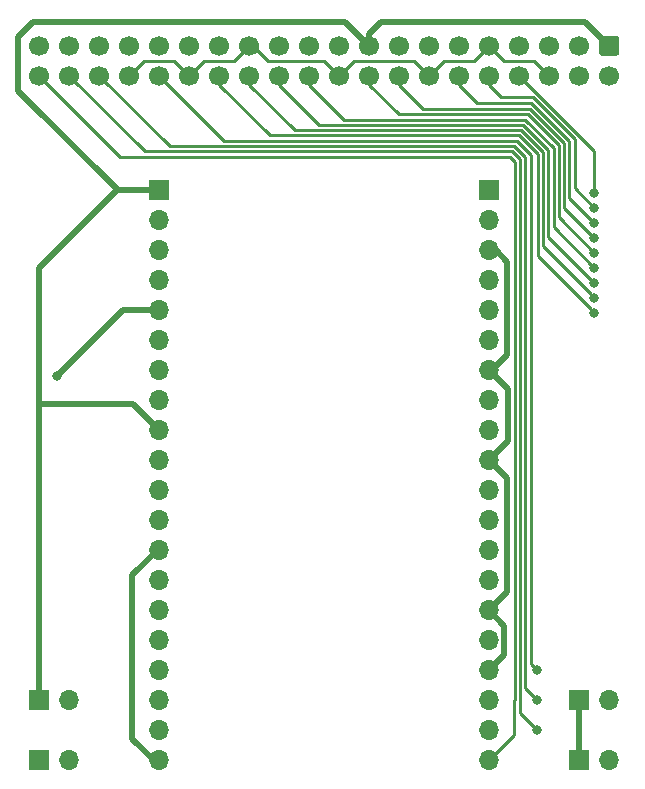
<source format=gbr>
%TF.GenerationSoftware,KiCad,Pcbnew,(5.1.9)-1*%
%TF.CreationDate,2022-02-08T17:05:31+09:00*%
%TF.ProjectId,odroid-extend,6f64726f-6964-42d6-9578-74656e642e6b,rev?*%
%TF.SameCoordinates,Original*%
%TF.FileFunction,Copper,L2,Bot*%
%TF.FilePolarity,Positive*%
%FSLAX46Y46*%
G04 Gerber Fmt 4.6, Leading zero omitted, Abs format (unit mm)*
G04 Created by KiCad (PCBNEW (5.1.9)-1) date 2022-02-08 17:05:31*
%MOMM*%
%LPD*%
G01*
G04 APERTURE LIST*
%TA.AperFunction,ComponentPad*%
%ADD10O,1.700000X1.700000*%
%TD*%
%TA.AperFunction,ComponentPad*%
%ADD11R,1.700000X1.700000*%
%TD*%
%TA.AperFunction,ComponentPad*%
%ADD12C,1.700000*%
%TD*%
%TA.AperFunction,ViaPad*%
%ADD13C,0.800000*%
%TD*%
%TA.AperFunction,Conductor*%
%ADD14C,0.250000*%
%TD*%
%TA.AperFunction,Conductor*%
%ADD15C,0.500000*%
%TD*%
G04 APERTURE END LIST*
D10*
%TO.P,J7,2*%
%TO.N,GND*%
X186944000Y-127000000D03*
D11*
%TO.P,J7,1*%
%TO.N,+5V*%
X184404000Y-127000000D03*
%TD*%
%TO.P,J6,1*%
%TO.N,+3V3*%
X138684000Y-127000000D03*
D10*
%TO.P,J6,2*%
%TO.N,GND*%
X141224000Y-127000000D03*
%TD*%
D12*
%TO.P,J1,40*%
%TO.N,Net-(J1-Pad40)*%
X138684000Y-69088000D03*
%TO.P,J1,38*%
%TO.N,Net-(J1-Pad38)*%
X141224000Y-69088000D03*
%TO.P,J1,36*%
%TO.N,Net-(J1-Pad36)*%
X143764000Y-69088000D03*
%TO.P,J1,34*%
%TO.N,GND*%
X146304000Y-69088000D03*
%TO.P,J1,32*%
%TO.N,Net-(J1-Pad32)*%
X148844000Y-69088000D03*
%TO.P,J1,30*%
%TO.N,GND*%
X151384000Y-69088000D03*
%TO.P,J1,28*%
%TO.N,Net-(J1-Pad28)*%
X153924000Y-69088000D03*
%TO.P,J1,26*%
%TO.N,Net-(J1-Pad26)*%
X156464000Y-69088000D03*
%TO.P,J1,24*%
%TO.N,Net-(J1-Pad24)*%
X159004000Y-69088000D03*
%TO.P,J1,22*%
%TO.N,Net-(J1-Pad22)*%
X161544000Y-69088000D03*
%TO.P,J1,20*%
%TO.N,GND*%
X164084000Y-69088000D03*
%TO.P,J1,18*%
%TO.N,Net-(J1-Pad18)*%
X166624000Y-69088000D03*
%TO.P,J1,16*%
%TO.N,Net-(J1-Pad16)*%
X169164000Y-69088000D03*
%TO.P,J1,14*%
%TO.N,GND*%
X171704000Y-69088000D03*
%TO.P,J1,12*%
%TO.N,Net-(J1-Pad12)*%
X174244000Y-69088000D03*
%TO.P,J1,10*%
%TO.N,Net-(J1-Pad10)*%
X176784000Y-69088000D03*
%TO.P,J1,8*%
%TO.N,Net-(J1-Pad8)*%
X179324000Y-69088000D03*
%TO.P,J1,6*%
%TO.N,GND*%
X181864000Y-69088000D03*
%TO.P,J1,4*%
%TO.N,+5V*%
X184404000Y-69088000D03*
%TO.P,J1,2*%
X186944000Y-69088000D03*
%TO.P,J1,39*%
%TO.N,GND*%
X138684000Y-66548000D03*
%TO.P,J1,37*%
%TO.N,Net-(J1-Pad37)*%
X141224000Y-66548000D03*
%TO.P,J1,35*%
%TO.N,Net-(J1-Pad35)*%
X143764000Y-66548000D03*
%TO.P,J1,33*%
%TO.N,Net-(J1-Pad33)*%
X146304000Y-66548000D03*
%TO.P,J1,31*%
%TO.N,Net-(J1-Pad31)*%
X148844000Y-66548000D03*
%TO.P,J1,29*%
%TO.N,Net-(J1-Pad29)*%
X151384000Y-66548000D03*
%TO.P,J1,27*%
%TO.N,Net-(J1-Pad27)*%
X153924000Y-66548000D03*
%TO.P,J1,25*%
%TO.N,GND*%
X156464000Y-66548000D03*
%TO.P,J1,23*%
%TO.N,Net-(J1-Pad23)*%
X159004000Y-66548000D03*
%TO.P,J1,21*%
%TO.N,Net-(J1-Pad21)*%
X161544000Y-66548000D03*
%TO.P,J1,19*%
%TO.N,Net-(J1-Pad19)*%
X164084000Y-66548000D03*
%TO.P,J1,17*%
%TO.N,+3V3*%
X166624000Y-66548000D03*
%TO.P,J1,15*%
%TO.N,Net-(J1-Pad15)*%
X169164000Y-66548000D03*
%TO.P,J1,13*%
%TO.N,Net-(J1-Pad13)*%
X171704000Y-66548000D03*
%TO.P,J1,11*%
%TO.N,Net-(J1-Pad11)*%
X174244000Y-66548000D03*
%TO.P,J1,9*%
%TO.N,GND*%
X176784000Y-66548000D03*
%TO.P,J1,7*%
%TO.N,Net-(J1-Pad7)*%
X179324000Y-66548000D03*
%TO.P,J1,5*%
%TO.N,Net-(J1-Pad5)*%
X181864000Y-66548000D03*
%TO.P,J1,3*%
%TO.N,Net-(J1-Pad3)*%
X184404000Y-66548000D03*
%TO.P,J1,1*%
%TO.N,+3V3*%
%TA.AperFunction,ComponentPad*%
G36*
G01*
X186344000Y-65698000D02*
X187544000Y-65698000D01*
G75*
G02*
X187794000Y-65948000I0J-250000D01*
G01*
X187794000Y-67148000D01*
G75*
G02*
X187544000Y-67398000I-250000J0D01*
G01*
X186344000Y-67398000D01*
G75*
G02*
X186094000Y-67148000I0J250000D01*
G01*
X186094000Y-65948000D01*
G75*
G02*
X186344000Y-65698000I250000J0D01*
G01*
G37*
%TD.AperFunction*%
%TD*%
D11*
%TO.P,J2,1*%
%TO.N,+3V3*%
X148818600Y-78765400D03*
D10*
%TO.P,J2,2*%
%TO.N,Net-(J1-Pad3)*%
X148818600Y-81305400D03*
%TO.P,J2,3*%
%TO.N,Net-(J1-Pad5)*%
X148818600Y-83845400D03*
%TO.P,J2,4*%
%TO.N,Net-(J1-Pad7)*%
X148818600Y-86385400D03*
%TO.P,J2,5*%
%TO.N,GND*%
X148818600Y-88925400D03*
%TO.P,J2,6*%
%TO.N,Net-(J1-Pad11)*%
X148818600Y-91465400D03*
%TO.P,J2,7*%
%TO.N,Net-(J1-Pad13)*%
X148818600Y-94005400D03*
%TO.P,J2,8*%
%TO.N,Net-(J1-Pad15)*%
X148818600Y-96545400D03*
%TO.P,J2,9*%
%TO.N,+3V3*%
X148818600Y-99085400D03*
%TO.P,J2,10*%
%TO.N,Net-(J1-Pad19)*%
X148818600Y-101625400D03*
%TO.P,J2,11*%
%TO.N,Net-(J1-Pad21)*%
X148818600Y-104165400D03*
%TO.P,J2,12*%
%TO.N,Net-(J1-Pad23)*%
X148818600Y-106705400D03*
%TO.P,J2,13*%
%TO.N,GND*%
X148818600Y-109245400D03*
%TO.P,J2,14*%
%TO.N,Net-(J1-Pad27)*%
X148818600Y-111785400D03*
%TO.P,J2,15*%
%TO.N,Net-(J1-Pad29)*%
X148818600Y-114325400D03*
%TO.P,J2,16*%
%TO.N,Net-(J1-Pad31)*%
X148818600Y-116865400D03*
%TO.P,J2,17*%
%TO.N,Net-(J1-Pad33)*%
X148818600Y-119405400D03*
%TO.P,J2,18*%
%TO.N,Net-(J1-Pad35)*%
X148818600Y-121945400D03*
%TO.P,J2,19*%
%TO.N,Net-(J1-Pad37)*%
X148818600Y-124485400D03*
%TO.P,J2,20*%
%TO.N,GND*%
X148818600Y-127025400D03*
%TD*%
%TO.P,J3,20*%
%TO.N,Net-(J1-Pad40)*%
X176758600Y-127025400D03*
%TO.P,J3,19*%
%TO.N,Net-(J1-Pad38)*%
X176758600Y-124485400D03*
%TO.P,J3,18*%
%TO.N,Net-(J1-Pad36)*%
X176758600Y-121945400D03*
%TO.P,J3,17*%
%TO.N,GND*%
X176758600Y-119405400D03*
%TO.P,J3,16*%
%TO.N,Net-(J1-Pad32)*%
X176758600Y-116865400D03*
%TO.P,J3,15*%
%TO.N,GND*%
X176758600Y-114325400D03*
%TO.P,J3,14*%
%TO.N,Net-(J1-Pad28)*%
X176758600Y-111785400D03*
%TO.P,J3,13*%
%TO.N,Net-(J1-Pad26)*%
X176758600Y-109245400D03*
%TO.P,J3,12*%
%TO.N,Net-(J1-Pad24)*%
X176758600Y-106705400D03*
%TO.P,J3,11*%
%TO.N,Net-(J1-Pad22)*%
X176758600Y-104165400D03*
%TO.P,J3,10*%
%TO.N,GND*%
X176758600Y-101625400D03*
%TO.P,J3,9*%
%TO.N,Net-(J1-Pad18)*%
X176758600Y-99085400D03*
%TO.P,J3,8*%
%TO.N,Net-(J1-Pad16)*%
X176758600Y-96545400D03*
%TO.P,J3,7*%
%TO.N,GND*%
X176758600Y-94005400D03*
%TO.P,J3,6*%
%TO.N,Net-(J1-Pad12)*%
X176758600Y-91465400D03*
%TO.P,J3,5*%
%TO.N,Net-(J1-Pad10)*%
X176758600Y-88925400D03*
%TO.P,J3,4*%
%TO.N,Net-(J1-Pad8)*%
X176758600Y-86385400D03*
%TO.P,J3,3*%
%TO.N,GND*%
X176758600Y-83845400D03*
%TO.P,J3,2*%
%TO.N,+5V*%
X176758600Y-81305400D03*
D11*
%TO.P,J3,1*%
X176758600Y-78765400D03*
%TD*%
%TO.P,J4,1*%
%TO.N,+3V3*%
X138684000Y-121920000D03*
D10*
%TO.P,J4,2*%
%TO.N,GND*%
X141224000Y-121920000D03*
%TD*%
D11*
%TO.P,J5,1*%
%TO.N,+5V*%
X184404000Y-121920000D03*
D10*
%TO.P,J5,2*%
%TO.N,GND*%
X186944000Y-121920000D03*
%TD*%
D13*
%TO.N,Net-(J1-Pad8)*%
X185674000Y-78994000D03*
%TO.N,Net-(J1-Pad10)*%
X185674000Y-80264000D03*
%TO.N,Net-(J1-Pad12)*%
X185645498Y-81534000D03*
%TO.N,Net-(J1-Pad16)*%
X185674000Y-82804000D03*
%TO.N,Net-(J1-Pad18)*%
X185674000Y-84074000D03*
%TO.N,Net-(J1-Pad22)*%
X185673986Y-85344000D03*
%TO.N,Net-(J1-Pad24)*%
X185674000Y-86614000D03*
%TO.N,Net-(J1-Pad26)*%
X185674000Y-87884010D03*
%TO.N,Net-(J1-Pad28)*%
X185674010Y-89154000D03*
%TO.N,Net-(J1-Pad32)*%
X180848000Y-119380000D03*
%TO.N,Net-(J1-Pad36)*%
X180848000Y-121920000D03*
%TO.N,Net-(J1-Pad38)*%
X180848002Y-124460000D03*
%TO.N,GND*%
X140207997Y-94487997D03*
%TD*%
D14*
%TO.N,Net-(J1-Pad8)*%
X179324000Y-69088000D02*
X179324000Y-69596000D01*
X185674000Y-75438000D02*
X185674000Y-78994000D01*
X179324000Y-69088000D02*
X185674000Y-75438000D01*
%TO.N,Net-(J1-Pad10)*%
X176784000Y-69088000D02*
X177292000Y-69088000D01*
X176784000Y-69088000D02*
X176784000Y-69469000D01*
X184023000Y-78613000D02*
X185674000Y-80264000D01*
X184023000Y-74423410D02*
X184023000Y-78613000D01*
X180465590Y-70866000D02*
X184023000Y-74423410D01*
X177800000Y-70866000D02*
X180465590Y-70866000D01*
X176784000Y-69850000D02*
X177800000Y-70866000D01*
X176784000Y-69088000D02*
X176784000Y-69850000D01*
%TO.N,Net-(J1-Pad12)*%
X174244000Y-69088000D02*
X174244000Y-69469000D01*
X183572989Y-74609809D02*
X183572989Y-79461491D01*
X183572989Y-79461491D02*
X185645498Y-81534000D01*
X180337180Y-71374000D02*
X183572989Y-74609809D01*
X175768000Y-71374000D02*
X180337180Y-71374000D01*
X174244000Y-69850000D02*
X175768000Y-71374000D01*
X174244000Y-69088000D02*
X174244000Y-69850000D01*
%TO.N,Net-(J1-Pad16)*%
X169164000Y-69088000D02*
X169164000Y-69469000D01*
X183122978Y-80252978D02*
X185674000Y-82804000D01*
X183122978Y-74796209D02*
X183122978Y-80252978D01*
X180208769Y-71882000D02*
X183122978Y-74796209D01*
X171196000Y-71882000D02*
X180208769Y-71882000D01*
X169164000Y-69850000D02*
X171196000Y-71882000D01*
X169164000Y-69088000D02*
X169164000Y-69850000D01*
%TO.N,Net-(J1-Pad18)*%
X166624000Y-69088000D02*
X166624000Y-69469000D01*
X182672967Y-81072967D02*
X185674000Y-84074000D01*
X180022370Y-72332011D02*
X182672967Y-74982608D01*
X182672967Y-74982608D02*
X182672967Y-81072967D01*
X169106011Y-72332011D02*
X180022370Y-72332011D01*
X166624000Y-69850000D02*
X169106011Y-72332011D01*
X166624000Y-69088000D02*
X166624000Y-69850000D01*
%TO.N,Net-(J1-Pad22)*%
X182222956Y-81892970D02*
X185673986Y-85344000D01*
X182222956Y-75169007D02*
X182222956Y-81892970D01*
X179835971Y-72782022D02*
X182222956Y-75169007D01*
X164476022Y-72782022D02*
X179835971Y-72782022D01*
X161544000Y-69850000D02*
X164476022Y-72782022D01*
X161544000Y-69088000D02*
X161544000Y-69850000D01*
%TO.N,Net-(J1-Pad24)*%
X181772945Y-82712945D02*
X185674000Y-86614000D01*
X181772945Y-75355407D02*
X181772945Y-82712945D01*
X179649571Y-73232033D02*
X181772945Y-75355407D01*
X162386033Y-73232033D02*
X179649571Y-73232033D01*
X159004000Y-69850000D02*
X162386033Y-73232033D01*
X159004000Y-69088000D02*
X159004000Y-69850000D01*
%TO.N,Net-(J1-Pad26)*%
X181322934Y-83532944D02*
X185274001Y-87484011D01*
X181322934Y-75541807D02*
X181322934Y-83532944D01*
X179463171Y-73682044D02*
X181322934Y-75541807D01*
X185274001Y-87484011D02*
X185674000Y-87884010D01*
X160296044Y-73682044D02*
X179463171Y-73682044D01*
X156464000Y-69850000D02*
X160296044Y-73682044D01*
X156464000Y-69088000D02*
X156464000Y-69850000D01*
%TO.N,Net-(J1-Pad28)*%
X185274011Y-88754001D02*
X185674010Y-89154000D01*
X180872923Y-84352913D02*
X185274011Y-88754001D01*
X180872923Y-75728207D02*
X180872923Y-84352913D01*
X179276771Y-74132055D02*
X180872923Y-75728207D01*
X158206055Y-74132055D02*
X179276771Y-74132055D01*
X153924000Y-69850000D02*
X158206055Y-74132055D01*
X153924000Y-69088000D02*
X153924000Y-69850000D01*
%TO.N,Net-(J1-Pad32)*%
X148844000Y-69088000D02*
X148844000Y-69278500D01*
X180321001Y-75812696D02*
X180321001Y-118853001D01*
X179090371Y-74582066D02*
X180321001Y-75812696D01*
X148844000Y-69088000D02*
X154338066Y-74582066D01*
X154338066Y-74582066D02*
X179090371Y-74582066D01*
X180321001Y-118853001D02*
X180848000Y-119380000D01*
%TO.N,Net-(J1-Pad36)*%
X143764000Y-69088000D02*
X149708077Y-75032077D01*
X149708077Y-75032077D02*
X178903971Y-75032077D01*
X179846007Y-75974113D02*
X179846007Y-120918007D01*
X179846007Y-120918007D02*
X180848000Y-121920000D01*
X178903971Y-75032077D02*
X179846007Y-75974113D01*
%TO.N,Net-(J1-Pad38)*%
X147618089Y-75482089D02*
X178717569Y-75482090D01*
X179395996Y-76160518D02*
X179395996Y-123007994D01*
X141224000Y-69088000D02*
X147618089Y-75482089D01*
X178717569Y-75482090D02*
X179395996Y-76160518D01*
X179395996Y-123007994D02*
X180848002Y-124460000D01*
%TO.N,Net-(J1-Pad40)*%
X178531168Y-75932100D02*
X178945985Y-76346918D01*
X138684000Y-69088000D02*
X145528100Y-75932100D01*
X145528100Y-75932100D02*
X178531168Y-75932100D01*
X178906138Y-121947845D02*
X178906138Y-124877862D01*
X178945985Y-76346918D02*
X178945985Y-121907998D01*
X178945985Y-121907998D02*
X178906138Y-121947845D01*
X178906138Y-124877862D02*
X176758600Y-127025400D01*
D15*
%TO.N,+3V3*%
X184912000Y-64516000D02*
X186944000Y-66548000D01*
X166624000Y-66548000D02*
X166624000Y-65532000D01*
X166624000Y-65532000D02*
X167640000Y-64516000D01*
X167640000Y-64516000D02*
X184912000Y-64516000D01*
X138684000Y-121920000D02*
X138684000Y-121412000D01*
X136906000Y-70358000D02*
X145313400Y-78765400D01*
X166624000Y-66548000D02*
X164592000Y-64516000D01*
X164592000Y-64516000D02*
X138176000Y-64516000D01*
X138176000Y-64516000D02*
X136906000Y-65786000D01*
X136906000Y-65786000D02*
X136906000Y-70358000D01*
X145313400Y-78765400D02*
X148818600Y-78765400D01*
X146634200Y-96901000D02*
X148818600Y-99085400D01*
X138684000Y-96901000D02*
X146634200Y-96901000D01*
X138684000Y-85344000D02*
X138684000Y-121920000D01*
X145262600Y-78765400D02*
X138684000Y-85344000D01*
X148818600Y-78765400D02*
X145262600Y-78765400D01*
%TO.N,+5V*%
X184404000Y-127000000D02*
X184404000Y-121920000D01*
D14*
%TO.N,GND*%
X162814000Y-67818000D02*
X164084000Y-69088000D01*
X158007499Y-67818000D02*
X162814000Y-67818000D01*
X156737499Y-66548000D02*
X158007499Y-67818000D01*
X156464000Y-66548000D02*
X156737499Y-66548000D01*
X155194000Y-67818000D02*
X156464000Y-66548000D01*
X152654000Y-67818000D02*
X155194000Y-67818000D01*
X151384000Y-69088000D02*
X152654000Y-67818000D01*
X150114000Y-67818000D02*
X151384000Y-69088000D01*
X147574000Y-67818000D02*
X150114000Y-67818000D01*
X146304000Y-69088000D02*
X147574000Y-67818000D01*
X170434000Y-67818000D02*
X171704000Y-69088000D01*
X165354000Y-67818000D02*
X170434000Y-67818000D01*
X164084000Y-69088000D02*
X165354000Y-67818000D01*
X180594000Y-67818000D02*
X181864000Y-69088000D01*
X178054000Y-67818000D02*
X180594000Y-67818000D01*
X176784000Y-66548000D02*
X178054000Y-67818000D01*
X175514000Y-67818000D02*
X176784000Y-66548000D01*
X172974000Y-67818000D02*
X175514000Y-67818000D01*
X171704000Y-69088000D02*
X172974000Y-67818000D01*
D15*
X148361400Y-127025400D02*
X148818600Y-127025400D01*
X146558000Y-125222000D02*
X148361400Y-127025400D01*
X146558000Y-111379000D02*
X146558000Y-125222000D01*
X148691600Y-109245400D02*
X146558000Y-111379000D01*
X148818600Y-109245400D02*
X148691600Y-109245400D01*
X177012600Y-94005400D02*
X176758600Y-94005400D01*
X178308000Y-92710000D02*
X177012600Y-94005400D01*
X178308000Y-84836000D02*
X178308000Y-92710000D01*
X177317400Y-83845400D02*
X178308000Y-84836000D01*
X176758600Y-83845400D02*
X177317400Y-83845400D01*
X140208003Y-94487997D02*
X140207997Y-94487997D01*
X145770600Y-88925400D02*
X140208003Y-94487997D01*
X148818600Y-88925400D02*
X145770600Y-88925400D01*
X178370974Y-100013026D02*
X176758600Y-101625400D01*
X176758600Y-94005400D02*
X178370974Y-95617774D01*
X178370974Y-95617774D02*
X178370974Y-100013026D01*
X178308000Y-112776000D02*
X176758600Y-114325400D01*
X178308000Y-103174800D02*
X178308000Y-112776000D01*
X176758600Y-101625400D02*
X178308000Y-103174800D01*
X178058601Y-118105399D02*
X176758600Y-119405400D01*
X178058601Y-115625401D02*
X178058601Y-118105399D01*
X176758600Y-114325400D02*
X178058601Y-115625401D01*
%TD*%
M02*

</source>
